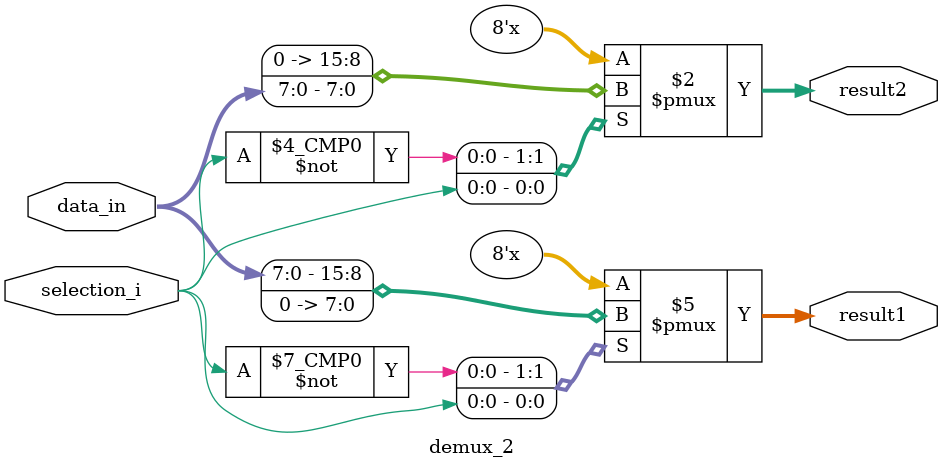
<source format=sv>
module demux_2 #(parameter N=8) (
	input [N-1:0] data_in, 
	input  selection_i, 
	output [N-1:0] result1,result2);
	
	
	
	always @(selection_i or data_in)
	
	
	begin
        case (selection_i)  
            1'b0 : begin
                        result1 = data_in;
                        result2 = 0;
                       
                      end
            1'b1 : begin
                        result1 = 0;
                        result2 = data_in;
                      end
            default : begin
								result1 = 0;
                        result2 = 0;
                      end
          
        endcase
    end
	 
endmodule

</source>
